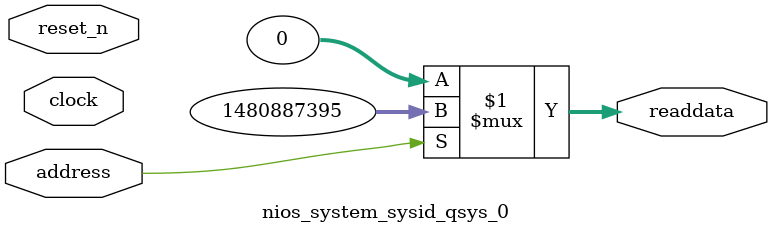
<source format=v>

`timescale 1ns / 1ps
// synthesis translate_on

// turn off superfluous verilog processor warnings 
// altera message_level Level1 
// altera message_off 10034 10035 10036 10037 10230 10240 10030 

module nios_system_sysid_qsys_0 (
               // inputs:
                address,
                clock,
                reset_n,

               // outputs:
                readdata
             )
;

  output  [ 31: 0] readdata;
  input            address;
  input            clock;
  input            reset_n;

  wire    [ 31: 0] readdata;
  //control_slave, which is an e_avalon_slave
  assign readdata = address ? 1480887395 : 0;

endmodule




</source>
